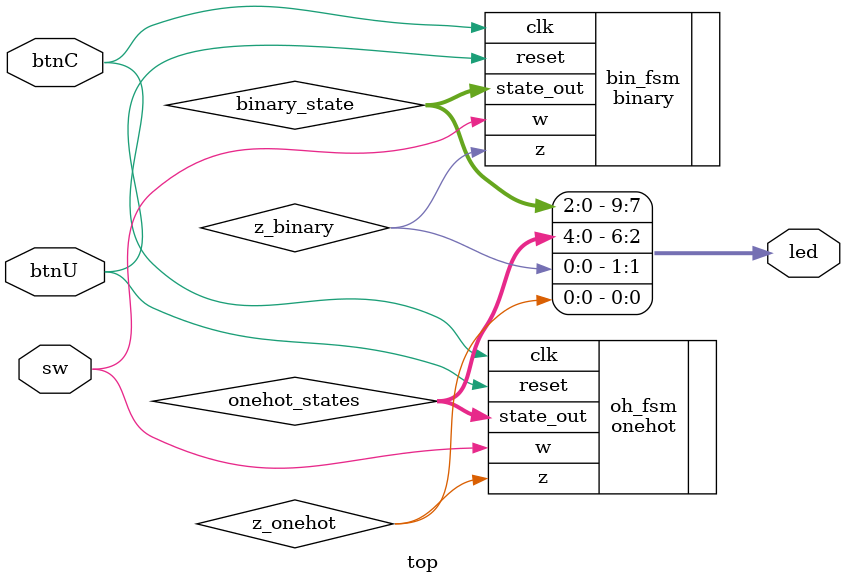
<source format=v>
module top(
    input sw,        // w input
    output [9:0] led, // LED outputs
    input btnC,      // Clock
    input btnU       // Reset
);

    wire z_onehot;
    wire z_binary;
    wire [4:0] onehot_states;
    wire [2:0] binary_state;
    
    // Instantiate one-hot state machine
    onehot oh_fsm(
        .w(sw),
        .clk(btnC),
        .reset(btnU),
        .z(z_onehot),
        .state_out(onehot_states)
    );
    
    // Instantiate binary state machine
    binary bin_fsm(
        .w(sw),
        .clk(btnC),
        .reset(btnU),
        .z(z_binary),
        .state_out(binary_state)
    );
    
    // Connect to LEDs according to IO table:
    // led[0] = One-hot Z output
    // led[1] = Binary Z output
    // led[2] = One-hot state A
    // led[3] = One-hot state B
    // led[4] = One-hot state C
    // led[5] = One-hot state D
    // led[6] = One-hot state E
    // led[9:7] = Binary State
    assign led[0] = z_onehot;
    assign led[1] = z_binary;
    assign led[2] = onehot_states[0];  // State A
    assign led[3] = onehot_states[1];  // State B
    assign led[4] = onehot_states[2];  // State C
    assign led[5] = onehot_states[3];  // State D
    assign led[6] = onehot_states[4];  // State E
    assign led[9:7] = binary_state;

endmodule
</source>
